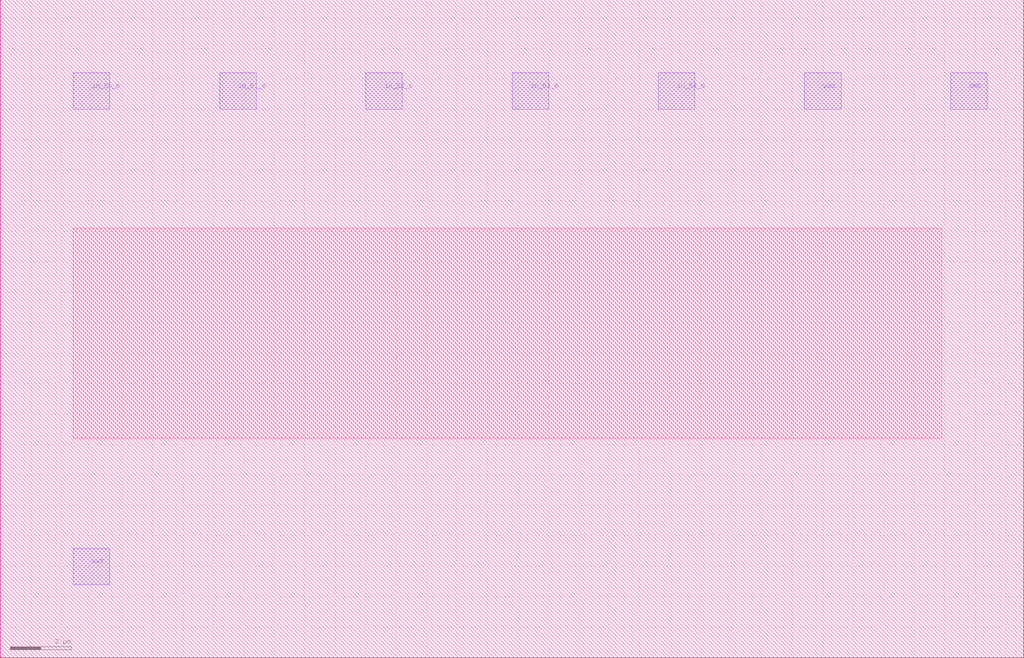
<source format=lef>
VERSION 5.6 ;

BUSBITCHARS "[]" ;

DIVIDERCHAR "/" ;

UNITS
    DATABASE MICRONS 2000 ;
END UNITS

MANUFACTURINGGRID 0.000500 ; 

CLEARANCEMEASURE EUCLIDEAN ; 

USEMINSPACING OBS ON ; 

SITE CoreSite
    CLASS CORE ;
    SIZE 2.400000 BY 2.400000 ;
END CoreSite

LAYER m1
   TYPE ROUTING ;
   DIRECTION VERTICAL ;
   MINWIDTH 1.200000 ;
   AREA 0.810000 ;
   WIDTH 1.200000 ;
   SPACINGTABLE
      PARALLELRUNLENGTH 0.0
      WIDTH 0.0 1.200000 ;
   PITCH 2.400000 2.400000 ;
END m1

LAYER v1
    TYPE CUT ;
    SPACING 0.900000 ;
    WIDTH 0.600000 ;
    ENCLOSURE ABOVE 0.300000 0.300000 ;
    ENCLOSURE BELOW 0.300000 0.300000 ;
END v1

LAYER m2
   TYPE ROUTING ;
   DIRECTION HORIZONTAL ;
   MINWIDTH 1.200000 ;
   AREA 0.810000 ;
   WIDTH 1.200000 ;
   SPACINGTABLE
      PARALLELRUNLENGTH 0.0
      WIDTH 0.0 1.200000 ;
   PITCH 2.400000 2.400000 ;
END m2

LAYER v2
    TYPE CUT ;
    SPACING 0.900000 ;
    WIDTH 0.600000 ;
    ENCLOSURE ABOVE 0.300000 0.300000 ;
    ENCLOSURE BELOW 0.300000 0.300000 ;
END v2

LAYER m3
   TYPE ROUTING ;
   DIRECTION VERTICAL ;
   MINWIDTH 1.800000 ;
   AREA 2.250000 ;
   WIDTH 1.800000 ;
   SPACINGTABLE
      PARALLELRUNLENGTH 0.0
      WIDTH 0.0 1.200000 ;
   PITCH 3.000000 3.000000 ;
END m3

LAYER OVERLAP
   TYPE OVERLAP ;
END OVERLAP

VIA v1_C DEFAULT
   LAYER m1 ;
     RECT -0.600000 -0.600000 0.600000 0.600000 ;
   LAYER v1 ;
     RECT -0.300000 -0.300000 0.300000 0.300000 ;
   LAYER m2 ;
     RECT -2.000000 -0.600000 2.000000 0.600000 ;
END v1_C

VIA v2_C DEFAULT
   LAYER m2 ;
     RECT -0.600000 -0.600000 0.600000 0.600000 ;
   LAYER v2 ;
     RECT -0.300000 -0.300000 0.300000 0.300000 ;
   LAYER m3 ;
     RECT -0.600000 -2.000000 0.600000 2.000000 ;
END v2_C

MACRO mycell
    CLASS CORE ;
    FOREIGN mycell 0.000000 0.000000 ;
    ORIGIN 0.000000 0.000000 ;
    SIZE 33.600000 BY 21.600000 ;
    SYMMETRY X Y ;
    SITE CoreSite ;
    PIN in_50_6
        DIRECTION INPUT ;
        USE SIGNAL ;
        PORT
        LAYER m2 ;
        RECT 2.400000 18.000000 3.600000 19.200000 ;
        END
    END in_50_6
    PIN in_51_6
        DIRECTION INPUT ;
        USE SIGNAL ;
        PORT
        LAYER m2 ;
        RECT 7.200000 18.000000 8.400000 19.200000 ;
        END
    END in_51_6
    PIN in_52_6
        DIRECTION INPUT ;
        USE SIGNAL ;
        PORT
        LAYER m2 ;
        RECT 12.000000 18.000000 13.200000 19.200000 ;
        END
    END in_52_6
    PIN in_53_6
        DIRECTION INPUT ;
        USE SIGNAL ;
        PORT
        LAYER m2 ;
        RECT 16.800000 18.000000 18.000000 19.200000 ;
        END
    END in_53_6
    PIN in_54_6
        DIRECTION INPUT ;
        USE SIGNAL ;
        PORT
        LAYER m2 ;
        RECT 21.600000 18.000000 22.800000 19.200000 ;
        END
    END in_54_6
    PIN out
        DIRECTION OUTPUT ;
        USE SIGNAL ;
        PORT
        LAYER m2 ;
        RECT 2.400000 2.400000 3.600000 3.600000 ;
        END
        ANTENNADIFFAREA 11.970000 ;
    END out
    PIN Vdd
        DIRECTION INPUT ;
        USE POWER ;
        PORT
        LAYER m2 ;
        RECT 26.400000 18.000000 27.600000 19.200000 ;
        END
        ANTENNADIFFAREA 7.020000 ;
    END Vdd
    PIN GND
        DIRECTION INPUT ;
        USE GROUND ;
        PORT
        LAYER m2 ;
        RECT 31.200000 18.000000 32.400000 19.200000 ;
        END
        ANTENNADIFFAREA 5.400000 ;
    END GND
    OBS
      LAYER m1 ;
         RECT 2.400000 7.200000 30.900000 14.100000 ;
    END
END mycell

MACRO welltap_svt
    CLASS CORE WELLTAP ;
    FOREIGN welltap_svt 0.000000 0.000000 ;
    ORIGIN 0.000000 0.000000 ;
    SIZE 4.800000 BY 12.000000 ;
    SYMMETRY X Y ;
    SITE CoreSite ;
    PIN Vdd
        DIRECTION INPUT ;
        USE POWER ;
        PORT
        LAYER m2 ;
        RECT 2.400000 8.400000 3.600000 9.600000 ;
        END
    END Vdd
    PIN GND
        DIRECTION INPUT ;
        USE GROUND ;
        PORT
        LAYER m2 ;
        RECT 2.400000 2.400000 3.600000 3.600000 ;
        END
    END GND
END welltap_svt


</source>
